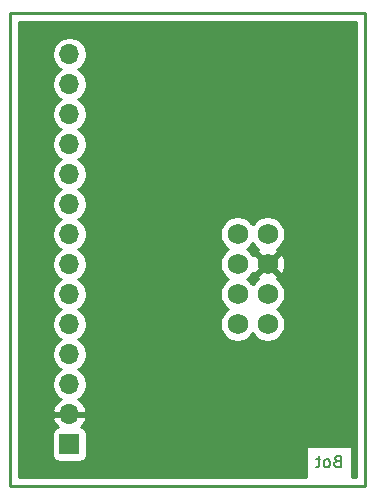
<source format=gbr>
%TF.GenerationSoftware,KiCad,Pcbnew,(5.1.6)-1*%
%TF.CreationDate,2021-10-20T11:15:13+02:00*%
%TF.ProjectId,Display_Backplate_v1,44697370-6c61-4795-9f42-61636b706c61,rev?*%
%TF.SameCoordinates,PX91e9840PY754d4c0*%
%TF.FileFunction,Copper,L2,Bot*%
%TF.FilePolarity,Positive*%
%FSLAX46Y46*%
G04 Gerber Fmt 4.6, Leading zero omitted, Abs format (unit mm)*
G04 Created by KiCad (PCBNEW (5.1.6)-1) date 2021-10-20 11:15:13*
%MOMM*%
%LPD*%
G01*
G04 APERTURE LIST*
%TA.AperFunction,NonConductor*%
%ADD10C,0.150000*%
%TD*%
%TA.AperFunction,Profile*%
%ADD11C,0.250000*%
%TD*%
%TA.AperFunction,ComponentPad*%
%ADD12C,1.750000*%
%TD*%
%TA.AperFunction,ComponentPad*%
%ADD13O,1.700000X1.700000*%
%TD*%
%TA.AperFunction,ComponentPad*%
%ADD14R,1.700000X1.700000*%
%TD*%
%TA.AperFunction,Conductor*%
%ADD15C,0.254000*%
%TD*%
G04 APERTURE END LIST*
D10*
X27666666Y2071429D02*
X27523809Y2023810D01*
X27476190Y1976191D01*
X27428571Y1880953D01*
X27428571Y1738096D01*
X27476190Y1642858D01*
X27523809Y1595239D01*
X27619047Y1547620D01*
X28000000Y1547620D01*
X28000000Y2547620D01*
X27666666Y2547620D01*
X27571428Y2500000D01*
X27523809Y2452381D01*
X27476190Y2357143D01*
X27476190Y2261905D01*
X27523809Y2166667D01*
X27571428Y2119048D01*
X27666666Y2071429D01*
X28000000Y2071429D01*
X26857142Y1547620D02*
X26952380Y1595239D01*
X27000000Y1642858D01*
X27047619Y1738096D01*
X27047619Y2023810D01*
X27000000Y2119048D01*
X26952380Y2166667D01*
X26857142Y2214286D01*
X26714285Y2214286D01*
X26619047Y2166667D01*
X26571428Y2119048D01*
X26523809Y2023810D01*
X26523809Y1738096D01*
X26571428Y1642858D01*
X26619047Y1595239D01*
X26714285Y1547620D01*
X26857142Y1547620D01*
X26238095Y2214286D02*
X25857142Y2214286D01*
X26095238Y2547620D02*
X26095238Y1690477D01*
X26047619Y1595239D01*
X25952380Y1547620D01*
X25857142Y1547620D01*
D11*
X30000000Y0D02*
X30000000Y40000000D01*
X30000000Y0D02*
X0Y0D01*
X0Y40000000D02*
X30000000Y40000000D01*
X0Y0D02*
X0Y40000000D01*
D12*
%TO.P,J2,8*%
%TO.N,Net-(J1-Pad8)*%
X19230000Y21310000D03*
%TO.P,J2,7*%
%TO.N,Net-(J1-Pad7)*%
X19230000Y18770000D03*
%TO.P,J2,6*%
%TO.N,Net-(J1-Pad6)*%
X19230000Y16230000D03*
%TO.P,J2,5*%
%TO.N,Net-(J1-Pad5)*%
X19230000Y13690000D03*
%TO.P,J2,4*%
%TO.N,Net-(J1-Pad4)*%
X21770000Y13690000D03*
%TO.P,J2,3*%
%TO.N,Net-(J1-Pad3)*%
X21770000Y16230000D03*
%TO.P,J2,2*%
%TO.N,GND*%
X21770000Y18770000D03*
%TO.P,J2,1*%
%TO.N,+3V3*%
X21770000Y21310000D03*
%TD*%
D13*
%TO.P,J1,14*%
%TO.N,Net-(J1-Pad14)*%
X5000000Y36520000D03*
%TO.P,J1,13*%
%TO.N,Net-(J1-Pad13)*%
X5000000Y33980000D03*
%TO.P,J1,12*%
%TO.N,Net-(J1-Pad12)*%
X5000000Y31440000D03*
%TO.P,J1,11*%
%TO.N,Net-(J1-Pad11)*%
X5000000Y28900000D03*
%TO.P,J1,10*%
%TO.N,Net-(J1-Pad10)*%
X5000000Y26360000D03*
%TO.P,J1,9*%
%TO.N,Net-(J1-Pad9)*%
X5000000Y23820000D03*
%TO.P,J1,8*%
%TO.N,Net-(J1-Pad8)*%
X5000000Y21280000D03*
%TO.P,J1,7*%
%TO.N,Net-(J1-Pad7)*%
X5000000Y18740000D03*
%TO.P,J1,6*%
%TO.N,Net-(J1-Pad6)*%
X5000000Y16200000D03*
%TO.P,J1,5*%
%TO.N,Net-(J1-Pad5)*%
X5000000Y13660000D03*
%TO.P,J1,4*%
%TO.N,Net-(J1-Pad4)*%
X5000000Y11120000D03*
%TO.P,J1,3*%
%TO.N,Net-(J1-Pad3)*%
X5000000Y8580000D03*
%TO.P,J1,2*%
%TO.N,GND*%
X5000000Y6040000D03*
D14*
%TO.P,J1,1*%
%TO.N,+3V3*%
X5000000Y3500000D03*
%TD*%
D15*
%TO.N,GND*%
G36*
X29248000Y752000D02*
G01*
X28940095Y752000D01*
X28940095Y3384500D01*
X25059905Y3384500D01*
X25059905Y752000D01*
X752000Y752000D01*
X752000Y4350000D01*
X3519967Y4350000D01*
X3519967Y2650000D01*
X3532073Y2527087D01*
X3567925Y2408897D01*
X3626147Y2299972D01*
X3704499Y2204499D01*
X3799972Y2126147D01*
X3908897Y2067925D01*
X4027087Y2032073D01*
X4150000Y2019967D01*
X5850000Y2019967D01*
X5972913Y2032073D01*
X6091103Y2067925D01*
X6200028Y2126147D01*
X6295501Y2204499D01*
X6373853Y2299972D01*
X6432075Y2408897D01*
X6467927Y2527087D01*
X6480033Y2650000D01*
X6480033Y4350000D01*
X6467927Y4472913D01*
X6432075Y4591103D01*
X6373853Y4700028D01*
X6295501Y4795501D01*
X6200028Y4873853D01*
X6091103Y4932075D01*
X6006594Y4957710D01*
X6097588Y5039731D01*
X6271641Y5273080D01*
X6396825Y5535901D01*
X6441476Y5683110D01*
X6320155Y5913000D01*
X5127000Y5913000D01*
X5127000Y5893000D01*
X4873000Y5893000D01*
X4873000Y5913000D01*
X3679845Y5913000D01*
X3558524Y5683110D01*
X3603175Y5535901D01*
X3728359Y5273080D01*
X3902412Y5039731D01*
X3993406Y4957710D01*
X3908897Y4932075D01*
X3799972Y4873853D01*
X3704499Y4795501D01*
X3626147Y4700028D01*
X3567925Y4591103D01*
X3532073Y4472913D01*
X3519967Y4350000D01*
X752000Y4350000D01*
X752000Y36665472D01*
X3523000Y36665472D01*
X3523000Y36374528D01*
X3579760Y36089175D01*
X3691099Y35820378D01*
X3852739Y35578467D01*
X4058467Y35372739D01*
X4242159Y35250000D01*
X4058467Y35127261D01*
X3852739Y34921533D01*
X3691099Y34679622D01*
X3579760Y34410825D01*
X3523000Y34125472D01*
X3523000Y33834528D01*
X3579760Y33549175D01*
X3691099Y33280378D01*
X3852739Y33038467D01*
X4058467Y32832739D01*
X4242159Y32710000D01*
X4058467Y32587261D01*
X3852739Y32381533D01*
X3691099Y32139622D01*
X3579760Y31870825D01*
X3523000Y31585472D01*
X3523000Y31294528D01*
X3579760Y31009175D01*
X3691099Y30740378D01*
X3852739Y30498467D01*
X4058467Y30292739D01*
X4242159Y30170000D01*
X4058467Y30047261D01*
X3852739Y29841533D01*
X3691099Y29599622D01*
X3579760Y29330825D01*
X3523000Y29045472D01*
X3523000Y28754528D01*
X3579760Y28469175D01*
X3691099Y28200378D01*
X3852739Y27958467D01*
X4058467Y27752739D01*
X4242159Y27630000D01*
X4058467Y27507261D01*
X3852739Y27301533D01*
X3691099Y27059622D01*
X3579760Y26790825D01*
X3523000Y26505472D01*
X3523000Y26214528D01*
X3579760Y25929175D01*
X3691099Y25660378D01*
X3852739Y25418467D01*
X4058467Y25212739D01*
X4242159Y25090000D01*
X4058467Y24967261D01*
X3852739Y24761533D01*
X3691099Y24519622D01*
X3579760Y24250825D01*
X3523000Y23965472D01*
X3523000Y23674528D01*
X3579760Y23389175D01*
X3691099Y23120378D01*
X3852739Y22878467D01*
X4058467Y22672739D01*
X4242159Y22550000D01*
X4058467Y22427261D01*
X3852739Y22221533D01*
X3691099Y21979622D01*
X3579760Y21710825D01*
X3523000Y21425472D01*
X3523000Y21134528D01*
X3579760Y20849175D01*
X3691099Y20580378D01*
X3852739Y20338467D01*
X4058467Y20132739D01*
X4242159Y20010000D01*
X4058467Y19887261D01*
X3852739Y19681533D01*
X3691099Y19439622D01*
X3579760Y19170825D01*
X3523000Y18885472D01*
X3523000Y18594528D01*
X3579760Y18309175D01*
X3691099Y18040378D01*
X3852739Y17798467D01*
X4058467Y17592739D01*
X4242159Y17470000D01*
X4058467Y17347261D01*
X3852739Y17141533D01*
X3691099Y16899622D01*
X3579760Y16630825D01*
X3523000Y16345472D01*
X3523000Y16054528D01*
X3579760Y15769175D01*
X3691099Y15500378D01*
X3852739Y15258467D01*
X4058467Y15052739D01*
X4242159Y14930000D01*
X4058467Y14807261D01*
X3852739Y14601533D01*
X3691099Y14359622D01*
X3579760Y14090825D01*
X3523000Y13805472D01*
X3523000Y13514528D01*
X3579760Y13229175D01*
X3691099Y12960378D01*
X3852739Y12718467D01*
X4058467Y12512739D01*
X4242159Y12390000D01*
X4058467Y12267261D01*
X3852739Y12061533D01*
X3691099Y11819622D01*
X3579760Y11550825D01*
X3523000Y11265472D01*
X3523000Y10974528D01*
X3579760Y10689175D01*
X3691099Y10420378D01*
X3852739Y10178467D01*
X4058467Y9972739D01*
X4242159Y9850000D01*
X4058467Y9727261D01*
X3852739Y9521533D01*
X3691099Y9279622D01*
X3579760Y9010825D01*
X3523000Y8725472D01*
X3523000Y8434528D01*
X3579760Y8149175D01*
X3691099Y7880378D01*
X3852739Y7638467D01*
X4058467Y7432739D01*
X4243147Y7309340D01*
X4118645Y7235178D01*
X3902412Y7040269D01*
X3728359Y6806920D01*
X3603175Y6544099D01*
X3558524Y6396890D01*
X3679845Y6167000D01*
X4873000Y6167000D01*
X4873000Y6187000D01*
X5127000Y6187000D01*
X5127000Y6167000D01*
X6320155Y6167000D01*
X6441476Y6396890D01*
X6396825Y6544099D01*
X6271641Y6806920D01*
X6097588Y7040269D01*
X5881355Y7235178D01*
X5756853Y7309340D01*
X5941533Y7432739D01*
X6147261Y7638467D01*
X6308901Y7880378D01*
X6420240Y8149175D01*
X6477000Y8434528D01*
X6477000Y8725472D01*
X6420240Y9010825D01*
X6308901Y9279622D01*
X6147261Y9521533D01*
X5941533Y9727261D01*
X5757841Y9850000D01*
X5941533Y9972739D01*
X6147261Y10178467D01*
X6308901Y10420378D01*
X6420240Y10689175D01*
X6477000Y10974528D01*
X6477000Y11265472D01*
X6420240Y11550825D01*
X6308901Y11819622D01*
X6147261Y12061533D01*
X5941533Y12267261D01*
X5757841Y12390000D01*
X5941533Y12512739D01*
X6147261Y12718467D01*
X6308901Y12960378D01*
X6420240Y13229175D01*
X6477000Y13514528D01*
X6477000Y13805472D01*
X6420240Y14090825D01*
X6308901Y14359622D01*
X6147261Y14601533D01*
X5941533Y14807261D01*
X5757841Y14930000D01*
X5941533Y15052739D01*
X6147261Y15258467D01*
X6308901Y15500378D01*
X6420240Y15769175D01*
X6477000Y16054528D01*
X6477000Y16345472D01*
X6420240Y16630825D01*
X6308901Y16899622D01*
X6147261Y17141533D01*
X5941533Y17347261D01*
X5757841Y17470000D01*
X5941533Y17592739D01*
X6147261Y17798467D01*
X6308901Y18040378D01*
X6420240Y18309175D01*
X6477000Y18594528D01*
X6477000Y18885472D01*
X6420240Y19170825D01*
X6308901Y19439622D01*
X6147261Y19681533D01*
X5941533Y19887261D01*
X5757841Y20010000D01*
X5941533Y20132739D01*
X6147261Y20338467D01*
X6308901Y20580378D01*
X6420240Y20849175D01*
X6477000Y21134528D01*
X6477000Y21425472D01*
X6470543Y21457934D01*
X17728000Y21457934D01*
X17728000Y21162066D01*
X17785721Y20871883D01*
X17898944Y20598536D01*
X18063320Y20352531D01*
X18272531Y20143320D01*
X18427160Y20040000D01*
X18272531Y19936680D01*
X18063320Y19727469D01*
X17898944Y19481464D01*
X17785721Y19208117D01*
X17728000Y18917934D01*
X17728000Y18622066D01*
X17785721Y18331883D01*
X17898944Y18058536D01*
X18063320Y17812531D01*
X18272531Y17603320D01*
X18427160Y17500000D01*
X18272531Y17396680D01*
X18063320Y17187469D01*
X17898944Y16941464D01*
X17785721Y16668117D01*
X17728000Y16377934D01*
X17728000Y16082066D01*
X17785721Y15791883D01*
X17898944Y15518536D01*
X18063320Y15272531D01*
X18272531Y15063320D01*
X18427160Y14960000D01*
X18272531Y14856680D01*
X18063320Y14647469D01*
X17898944Y14401464D01*
X17785721Y14128117D01*
X17728000Y13837934D01*
X17728000Y13542066D01*
X17785721Y13251883D01*
X17898944Y12978536D01*
X18063320Y12732531D01*
X18272531Y12523320D01*
X18518536Y12358944D01*
X18791883Y12245721D01*
X19082066Y12188000D01*
X19377934Y12188000D01*
X19668117Y12245721D01*
X19941464Y12358944D01*
X20187469Y12523320D01*
X20396680Y12732531D01*
X20500000Y12887160D01*
X20603320Y12732531D01*
X20812531Y12523320D01*
X21058536Y12358944D01*
X21331883Y12245721D01*
X21622066Y12188000D01*
X21917934Y12188000D01*
X22208117Y12245721D01*
X22481464Y12358944D01*
X22727469Y12523320D01*
X22936680Y12732531D01*
X23101056Y12978536D01*
X23214279Y13251883D01*
X23272000Y13542066D01*
X23272000Y13837934D01*
X23214279Y14128117D01*
X23101056Y14401464D01*
X22936680Y14647469D01*
X22727469Y14856680D01*
X22572840Y14960000D01*
X22727469Y15063320D01*
X22936680Y15272531D01*
X23101056Y15518536D01*
X23214279Y15791883D01*
X23272000Y16082066D01*
X23272000Y16377934D01*
X23214279Y16668117D01*
X23101056Y16941464D01*
X22936680Y17187469D01*
X22727469Y17396680D01*
X22566307Y17504365D01*
X22636635Y17723760D01*
X21770000Y18590395D01*
X20903365Y17723760D01*
X20973693Y17504365D01*
X20812531Y17396680D01*
X20603320Y17187469D01*
X20500000Y17032840D01*
X20396680Y17187469D01*
X20187469Y17396680D01*
X20032840Y17500000D01*
X20187469Y17603320D01*
X20396680Y17812531D01*
X20504365Y17973693D01*
X20723760Y17903365D01*
X21590395Y18770000D01*
X21949605Y18770000D01*
X22816240Y17903365D01*
X23067868Y17984025D01*
X23196267Y18252329D01*
X23269855Y18540526D01*
X23285804Y18837543D01*
X23243501Y19131963D01*
X23144572Y19412474D01*
X23067868Y19555975D01*
X22816240Y19636635D01*
X21949605Y18770000D01*
X21590395Y18770000D01*
X20723760Y19636635D01*
X20504365Y19566307D01*
X20396680Y19727469D01*
X20187469Y19936680D01*
X20032840Y20040000D01*
X20187469Y20143320D01*
X20396680Y20352531D01*
X20500000Y20507160D01*
X20603320Y20352531D01*
X20812531Y20143320D01*
X20973693Y20035635D01*
X20903365Y19816240D01*
X21770000Y18949605D01*
X22636635Y19816240D01*
X22566307Y20035635D01*
X22727469Y20143320D01*
X22936680Y20352531D01*
X23101056Y20598536D01*
X23214279Y20871883D01*
X23272000Y21162066D01*
X23272000Y21457934D01*
X23214279Y21748117D01*
X23101056Y22021464D01*
X22936680Y22267469D01*
X22727469Y22476680D01*
X22481464Y22641056D01*
X22208117Y22754279D01*
X21917934Y22812000D01*
X21622066Y22812000D01*
X21331883Y22754279D01*
X21058536Y22641056D01*
X20812531Y22476680D01*
X20603320Y22267469D01*
X20500000Y22112840D01*
X20396680Y22267469D01*
X20187469Y22476680D01*
X19941464Y22641056D01*
X19668117Y22754279D01*
X19377934Y22812000D01*
X19082066Y22812000D01*
X18791883Y22754279D01*
X18518536Y22641056D01*
X18272531Y22476680D01*
X18063320Y22267469D01*
X17898944Y22021464D01*
X17785721Y21748117D01*
X17728000Y21457934D01*
X6470543Y21457934D01*
X6420240Y21710825D01*
X6308901Y21979622D01*
X6147261Y22221533D01*
X5941533Y22427261D01*
X5757841Y22550000D01*
X5941533Y22672739D01*
X6147261Y22878467D01*
X6308901Y23120378D01*
X6420240Y23389175D01*
X6477000Y23674528D01*
X6477000Y23965472D01*
X6420240Y24250825D01*
X6308901Y24519622D01*
X6147261Y24761533D01*
X5941533Y24967261D01*
X5757841Y25090000D01*
X5941533Y25212739D01*
X6147261Y25418467D01*
X6308901Y25660378D01*
X6420240Y25929175D01*
X6477000Y26214528D01*
X6477000Y26505472D01*
X6420240Y26790825D01*
X6308901Y27059622D01*
X6147261Y27301533D01*
X5941533Y27507261D01*
X5757841Y27630000D01*
X5941533Y27752739D01*
X6147261Y27958467D01*
X6308901Y28200378D01*
X6420240Y28469175D01*
X6477000Y28754528D01*
X6477000Y29045472D01*
X6420240Y29330825D01*
X6308901Y29599622D01*
X6147261Y29841533D01*
X5941533Y30047261D01*
X5757841Y30170000D01*
X5941533Y30292739D01*
X6147261Y30498467D01*
X6308901Y30740378D01*
X6420240Y31009175D01*
X6477000Y31294528D01*
X6477000Y31585472D01*
X6420240Y31870825D01*
X6308901Y32139622D01*
X6147261Y32381533D01*
X5941533Y32587261D01*
X5757841Y32710000D01*
X5941533Y32832739D01*
X6147261Y33038467D01*
X6308901Y33280378D01*
X6420240Y33549175D01*
X6477000Y33834528D01*
X6477000Y34125472D01*
X6420240Y34410825D01*
X6308901Y34679622D01*
X6147261Y34921533D01*
X5941533Y35127261D01*
X5757841Y35250000D01*
X5941533Y35372739D01*
X6147261Y35578467D01*
X6308901Y35820378D01*
X6420240Y36089175D01*
X6477000Y36374528D01*
X6477000Y36665472D01*
X6420240Y36950825D01*
X6308901Y37219622D01*
X6147261Y37461533D01*
X5941533Y37667261D01*
X5699622Y37828901D01*
X5430825Y37940240D01*
X5145472Y37997000D01*
X4854528Y37997000D01*
X4569175Y37940240D01*
X4300378Y37828901D01*
X4058467Y37667261D01*
X3852739Y37461533D01*
X3691099Y37219622D01*
X3579760Y36950825D01*
X3523000Y36665472D01*
X752000Y36665472D01*
X752000Y39248000D01*
X29248001Y39248000D01*
X29248000Y752000D01*
G37*
X29248000Y752000D02*
X28940095Y752000D01*
X28940095Y3384500D01*
X25059905Y3384500D01*
X25059905Y752000D01*
X752000Y752000D01*
X752000Y4350000D01*
X3519967Y4350000D01*
X3519967Y2650000D01*
X3532073Y2527087D01*
X3567925Y2408897D01*
X3626147Y2299972D01*
X3704499Y2204499D01*
X3799972Y2126147D01*
X3908897Y2067925D01*
X4027087Y2032073D01*
X4150000Y2019967D01*
X5850000Y2019967D01*
X5972913Y2032073D01*
X6091103Y2067925D01*
X6200028Y2126147D01*
X6295501Y2204499D01*
X6373853Y2299972D01*
X6432075Y2408897D01*
X6467927Y2527087D01*
X6480033Y2650000D01*
X6480033Y4350000D01*
X6467927Y4472913D01*
X6432075Y4591103D01*
X6373853Y4700028D01*
X6295501Y4795501D01*
X6200028Y4873853D01*
X6091103Y4932075D01*
X6006594Y4957710D01*
X6097588Y5039731D01*
X6271641Y5273080D01*
X6396825Y5535901D01*
X6441476Y5683110D01*
X6320155Y5913000D01*
X5127000Y5913000D01*
X5127000Y5893000D01*
X4873000Y5893000D01*
X4873000Y5913000D01*
X3679845Y5913000D01*
X3558524Y5683110D01*
X3603175Y5535901D01*
X3728359Y5273080D01*
X3902412Y5039731D01*
X3993406Y4957710D01*
X3908897Y4932075D01*
X3799972Y4873853D01*
X3704499Y4795501D01*
X3626147Y4700028D01*
X3567925Y4591103D01*
X3532073Y4472913D01*
X3519967Y4350000D01*
X752000Y4350000D01*
X752000Y36665472D01*
X3523000Y36665472D01*
X3523000Y36374528D01*
X3579760Y36089175D01*
X3691099Y35820378D01*
X3852739Y35578467D01*
X4058467Y35372739D01*
X4242159Y35250000D01*
X4058467Y35127261D01*
X3852739Y34921533D01*
X3691099Y34679622D01*
X3579760Y34410825D01*
X3523000Y34125472D01*
X3523000Y33834528D01*
X3579760Y33549175D01*
X3691099Y33280378D01*
X3852739Y33038467D01*
X4058467Y32832739D01*
X4242159Y32710000D01*
X4058467Y32587261D01*
X3852739Y32381533D01*
X3691099Y32139622D01*
X3579760Y31870825D01*
X3523000Y31585472D01*
X3523000Y31294528D01*
X3579760Y31009175D01*
X3691099Y30740378D01*
X3852739Y30498467D01*
X4058467Y30292739D01*
X4242159Y30170000D01*
X4058467Y30047261D01*
X3852739Y29841533D01*
X3691099Y29599622D01*
X3579760Y29330825D01*
X3523000Y29045472D01*
X3523000Y28754528D01*
X3579760Y28469175D01*
X3691099Y28200378D01*
X3852739Y27958467D01*
X4058467Y27752739D01*
X4242159Y27630000D01*
X4058467Y27507261D01*
X3852739Y27301533D01*
X3691099Y27059622D01*
X3579760Y26790825D01*
X3523000Y26505472D01*
X3523000Y26214528D01*
X3579760Y25929175D01*
X3691099Y25660378D01*
X3852739Y25418467D01*
X4058467Y25212739D01*
X4242159Y25090000D01*
X4058467Y24967261D01*
X3852739Y24761533D01*
X3691099Y24519622D01*
X3579760Y24250825D01*
X3523000Y23965472D01*
X3523000Y23674528D01*
X3579760Y23389175D01*
X3691099Y23120378D01*
X3852739Y22878467D01*
X4058467Y22672739D01*
X4242159Y22550000D01*
X4058467Y22427261D01*
X3852739Y22221533D01*
X3691099Y21979622D01*
X3579760Y21710825D01*
X3523000Y21425472D01*
X3523000Y21134528D01*
X3579760Y20849175D01*
X3691099Y20580378D01*
X3852739Y20338467D01*
X4058467Y20132739D01*
X4242159Y20010000D01*
X4058467Y19887261D01*
X3852739Y19681533D01*
X3691099Y19439622D01*
X3579760Y19170825D01*
X3523000Y18885472D01*
X3523000Y18594528D01*
X3579760Y18309175D01*
X3691099Y18040378D01*
X3852739Y17798467D01*
X4058467Y17592739D01*
X4242159Y17470000D01*
X4058467Y17347261D01*
X3852739Y17141533D01*
X3691099Y16899622D01*
X3579760Y16630825D01*
X3523000Y16345472D01*
X3523000Y16054528D01*
X3579760Y15769175D01*
X3691099Y15500378D01*
X3852739Y15258467D01*
X4058467Y15052739D01*
X4242159Y14930000D01*
X4058467Y14807261D01*
X3852739Y14601533D01*
X3691099Y14359622D01*
X3579760Y14090825D01*
X3523000Y13805472D01*
X3523000Y13514528D01*
X3579760Y13229175D01*
X3691099Y12960378D01*
X3852739Y12718467D01*
X4058467Y12512739D01*
X4242159Y12390000D01*
X4058467Y12267261D01*
X3852739Y12061533D01*
X3691099Y11819622D01*
X3579760Y11550825D01*
X3523000Y11265472D01*
X3523000Y10974528D01*
X3579760Y10689175D01*
X3691099Y10420378D01*
X3852739Y10178467D01*
X4058467Y9972739D01*
X4242159Y9850000D01*
X4058467Y9727261D01*
X3852739Y9521533D01*
X3691099Y9279622D01*
X3579760Y9010825D01*
X3523000Y8725472D01*
X3523000Y8434528D01*
X3579760Y8149175D01*
X3691099Y7880378D01*
X3852739Y7638467D01*
X4058467Y7432739D01*
X4243147Y7309340D01*
X4118645Y7235178D01*
X3902412Y7040269D01*
X3728359Y6806920D01*
X3603175Y6544099D01*
X3558524Y6396890D01*
X3679845Y6167000D01*
X4873000Y6167000D01*
X4873000Y6187000D01*
X5127000Y6187000D01*
X5127000Y6167000D01*
X6320155Y6167000D01*
X6441476Y6396890D01*
X6396825Y6544099D01*
X6271641Y6806920D01*
X6097588Y7040269D01*
X5881355Y7235178D01*
X5756853Y7309340D01*
X5941533Y7432739D01*
X6147261Y7638467D01*
X6308901Y7880378D01*
X6420240Y8149175D01*
X6477000Y8434528D01*
X6477000Y8725472D01*
X6420240Y9010825D01*
X6308901Y9279622D01*
X6147261Y9521533D01*
X5941533Y9727261D01*
X5757841Y9850000D01*
X5941533Y9972739D01*
X6147261Y10178467D01*
X6308901Y10420378D01*
X6420240Y10689175D01*
X6477000Y10974528D01*
X6477000Y11265472D01*
X6420240Y11550825D01*
X6308901Y11819622D01*
X6147261Y12061533D01*
X5941533Y12267261D01*
X5757841Y12390000D01*
X5941533Y12512739D01*
X6147261Y12718467D01*
X6308901Y12960378D01*
X6420240Y13229175D01*
X6477000Y13514528D01*
X6477000Y13805472D01*
X6420240Y14090825D01*
X6308901Y14359622D01*
X6147261Y14601533D01*
X5941533Y14807261D01*
X5757841Y14930000D01*
X5941533Y15052739D01*
X6147261Y15258467D01*
X6308901Y15500378D01*
X6420240Y15769175D01*
X6477000Y16054528D01*
X6477000Y16345472D01*
X6420240Y16630825D01*
X6308901Y16899622D01*
X6147261Y17141533D01*
X5941533Y17347261D01*
X5757841Y17470000D01*
X5941533Y17592739D01*
X6147261Y17798467D01*
X6308901Y18040378D01*
X6420240Y18309175D01*
X6477000Y18594528D01*
X6477000Y18885472D01*
X6420240Y19170825D01*
X6308901Y19439622D01*
X6147261Y19681533D01*
X5941533Y19887261D01*
X5757841Y20010000D01*
X5941533Y20132739D01*
X6147261Y20338467D01*
X6308901Y20580378D01*
X6420240Y20849175D01*
X6477000Y21134528D01*
X6477000Y21425472D01*
X6470543Y21457934D01*
X17728000Y21457934D01*
X17728000Y21162066D01*
X17785721Y20871883D01*
X17898944Y20598536D01*
X18063320Y20352531D01*
X18272531Y20143320D01*
X18427160Y20040000D01*
X18272531Y19936680D01*
X18063320Y19727469D01*
X17898944Y19481464D01*
X17785721Y19208117D01*
X17728000Y18917934D01*
X17728000Y18622066D01*
X17785721Y18331883D01*
X17898944Y18058536D01*
X18063320Y17812531D01*
X18272531Y17603320D01*
X18427160Y17500000D01*
X18272531Y17396680D01*
X18063320Y17187469D01*
X17898944Y16941464D01*
X17785721Y16668117D01*
X17728000Y16377934D01*
X17728000Y16082066D01*
X17785721Y15791883D01*
X17898944Y15518536D01*
X18063320Y15272531D01*
X18272531Y15063320D01*
X18427160Y14960000D01*
X18272531Y14856680D01*
X18063320Y14647469D01*
X17898944Y14401464D01*
X17785721Y14128117D01*
X17728000Y13837934D01*
X17728000Y13542066D01*
X17785721Y13251883D01*
X17898944Y12978536D01*
X18063320Y12732531D01*
X18272531Y12523320D01*
X18518536Y12358944D01*
X18791883Y12245721D01*
X19082066Y12188000D01*
X19377934Y12188000D01*
X19668117Y12245721D01*
X19941464Y12358944D01*
X20187469Y12523320D01*
X20396680Y12732531D01*
X20500000Y12887160D01*
X20603320Y12732531D01*
X20812531Y12523320D01*
X21058536Y12358944D01*
X21331883Y12245721D01*
X21622066Y12188000D01*
X21917934Y12188000D01*
X22208117Y12245721D01*
X22481464Y12358944D01*
X22727469Y12523320D01*
X22936680Y12732531D01*
X23101056Y12978536D01*
X23214279Y13251883D01*
X23272000Y13542066D01*
X23272000Y13837934D01*
X23214279Y14128117D01*
X23101056Y14401464D01*
X22936680Y14647469D01*
X22727469Y14856680D01*
X22572840Y14960000D01*
X22727469Y15063320D01*
X22936680Y15272531D01*
X23101056Y15518536D01*
X23214279Y15791883D01*
X23272000Y16082066D01*
X23272000Y16377934D01*
X23214279Y16668117D01*
X23101056Y16941464D01*
X22936680Y17187469D01*
X22727469Y17396680D01*
X22566307Y17504365D01*
X22636635Y17723760D01*
X21770000Y18590395D01*
X20903365Y17723760D01*
X20973693Y17504365D01*
X20812531Y17396680D01*
X20603320Y17187469D01*
X20500000Y17032840D01*
X20396680Y17187469D01*
X20187469Y17396680D01*
X20032840Y17500000D01*
X20187469Y17603320D01*
X20396680Y17812531D01*
X20504365Y17973693D01*
X20723760Y17903365D01*
X21590395Y18770000D01*
X21949605Y18770000D01*
X22816240Y17903365D01*
X23067868Y17984025D01*
X23196267Y18252329D01*
X23269855Y18540526D01*
X23285804Y18837543D01*
X23243501Y19131963D01*
X23144572Y19412474D01*
X23067868Y19555975D01*
X22816240Y19636635D01*
X21949605Y18770000D01*
X21590395Y18770000D01*
X20723760Y19636635D01*
X20504365Y19566307D01*
X20396680Y19727469D01*
X20187469Y19936680D01*
X20032840Y20040000D01*
X20187469Y20143320D01*
X20396680Y20352531D01*
X20500000Y20507160D01*
X20603320Y20352531D01*
X20812531Y20143320D01*
X20973693Y20035635D01*
X20903365Y19816240D01*
X21770000Y18949605D01*
X22636635Y19816240D01*
X22566307Y20035635D01*
X22727469Y20143320D01*
X22936680Y20352531D01*
X23101056Y20598536D01*
X23214279Y20871883D01*
X23272000Y21162066D01*
X23272000Y21457934D01*
X23214279Y21748117D01*
X23101056Y22021464D01*
X22936680Y22267469D01*
X22727469Y22476680D01*
X22481464Y22641056D01*
X22208117Y22754279D01*
X21917934Y22812000D01*
X21622066Y22812000D01*
X21331883Y22754279D01*
X21058536Y22641056D01*
X20812531Y22476680D01*
X20603320Y22267469D01*
X20500000Y22112840D01*
X20396680Y22267469D01*
X20187469Y22476680D01*
X19941464Y22641056D01*
X19668117Y22754279D01*
X19377934Y22812000D01*
X19082066Y22812000D01*
X18791883Y22754279D01*
X18518536Y22641056D01*
X18272531Y22476680D01*
X18063320Y22267469D01*
X17898944Y22021464D01*
X17785721Y21748117D01*
X17728000Y21457934D01*
X6470543Y21457934D01*
X6420240Y21710825D01*
X6308901Y21979622D01*
X6147261Y22221533D01*
X5941533Y22427261D01*
X5757841Y22550000D01*
X5941533Y22672739D01*
X6147261Y22878467D01*
X6308901Y23120378D01*
X6420240Y23389175D01*
X6477000Y23674528D01*
X6477000Y23965472D01*
X6420240Y24250825D01*
X6308901Y24519622D01*
X6147261Y24761533D01*
X5941533Y24967261D01*
X5757841Y25090000D01*
X5941533Y25212739D01*
X6147261Y25418467D01*
X6308901Y25660378D01*
X6420240Y25929175D01*
X6477000Y26214528D01*
X6477000Y26505472D01*
X6420240Y26790825D01*
X6308901Y27059622D01*
X6147261Y27301533D01*
X5941533Y27507261D01*
X5757841Y27630000D01*
X5941533Y27752739D01*
X6147261Y27958467D01*
X6308901Y28200378D01*
X6420240Y28469175D01*
X6477000Y28754528D01*
X6477000Y29045472D01*
X6420240Y29330825D01*
X6308901Y29599622D01*
X6147261Y29841533D01*
X5941533Y30047261D01*
X5757841Y30170000D01*
X5941533Y30292739D01*
X6147261Y30498467D01*
X6308901Y30740378D01*
X6420240Y31009175D01*
X6477000Y31294528D01*
X6477000Y31585472D01*
X6420240Y31870825D01*
X6308901Y32139622D01*
X6147261Y32381533D01*
X5941533Y32587261D01*
X5757841Y32710000D01*
X5941533Y32832739D01*
X6147261Y33038467D01*
X6308901Y33280378D01*
X6420240Y33549175D01*
X6477000Y33834528D01*
X6477000Y34125472D01*
X6420240Y34410825D01*
X6308901Y34679622D01*
X6147261Y34921533D01*
X5941533Y35127261D01*
X5757841Y35250000D01*
X5941533Y35372739D01*
X6147261Y35578467D01*
X6308901Y35820378D01*
X6420240Y36089175D01*
X6477000Y36374528D01*
X6477000Y36665472D01*
X6420240Y36950825D01*
X6308901Y37219622D01*
X6147261Y37461533D01*
X5941533Y37667261D01*
X5699622Y37828901D01*
X5430825Y37940240D01*
X5145472Y37997000D01*
X4854528Y37997000D01*
X4569175Y37940240D01*
X4300378Y37828901D01*
X4058467Y37667261D01*
X3852739Y37461533D01*
X3691099Y37219622D01*
X3579760Y36950825D01*
X3523000Y36665472D01*
X752000Y36665472D01*
X752000Y39248000D01*
X29248001Y39248000D01*
X29248000Y752000D01*
%TD*%
M02*

</source>
